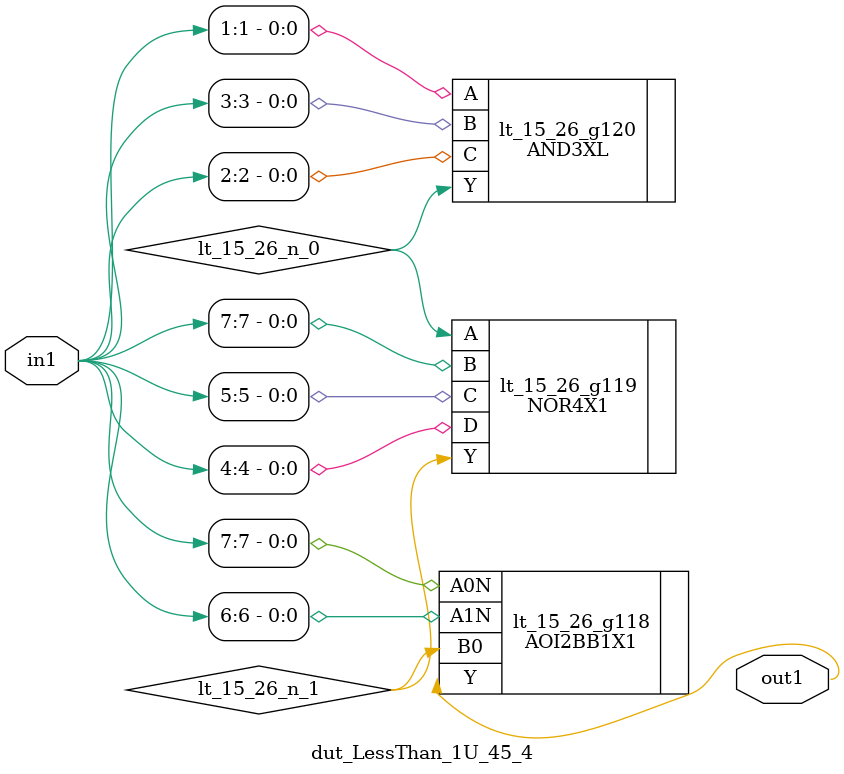
<source format=v>
`timescale 1ps / 1ps


module dut_LessThan_1U_45_4(in1, out1);
  input [7:0] in1;
  output out1;
  wire [7:0] in1;
  wire out1;
  wire lt_15_26_n_0, lt_15_26_n_1;
  AOI2BB1X1 lt_15_26_g118(.A0N (in1[7]), .A1N (in1[6]), .B0
       (lt_15_26_n_1), .Y (out1));
  NOR4X1 lt_15_26_g119(.A (lt_15_26_n_0), .B (in1[7]), .C (in1[5]), .D
       (in1[4]), .Y (lt_15_26_n_1));
  AND3XL lt_15_26_g120(.A (in1[1]), .B (in1[3]), .C (in1[2]), .Y
       (lt_15_26_n_0));
endmodule



</source>
